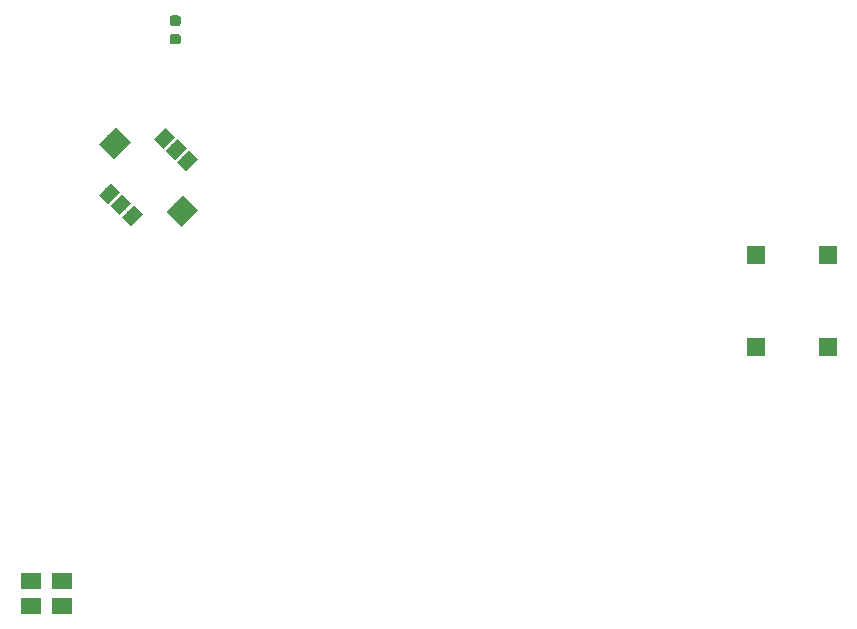
<source format=gbr>
G04 #@! TF.GenerationSoftware,KiCad,Pcbnew,5.1.4*
G04 #@! TF.CreationDate,2019-10-18T21:44:40-05:00*
G04 #@! TF.ProjectId,dragos,64726167-6f73-42e6-9b69-6361645f7063,rev?*
G04 #@! TF.SameCoordinates,Original*
G04 #@! TF.FileFunction,Paste,Top*
G04 #@! TF.FilePolarity,Positive*
%FSLAX46Y46*%
G04 Gerber Fmt 4.6, Leading zero omitted, Abs format (unit mm)*
G04 Created by KiCad (PCBNEW 5.1.4) date 2019-10-18 21:44:40*
%MOMM*%
%LPD*%
G04 APERTURE LIST*
%ADD10C,0.100000*%
%ADD11C,0.875000*%
%ADD12R,1.500000X1.500000*%
%ADD13C,1.100000*%
%ADD14C,1.800000*%
%ADD15R,1.800000X1.400000*%
G04 APERTURE END LIST*
D10*
G36*
X140077691Y-97651053D02*
G01*
X140098926Y-97654203D01*
X140119750Y-97659419D01*
X140139962Y-97666651D01*
X140159368Y-97675830D01*
X140177781Y-97686866D01*
X140195024Y-97699654D01*
X140210930Y-97714070D01*
X140225346Y-97729976D01*
X140238134Y-97747219D01*
X140249170Y-97765632D01*
X140258349Y-97785038D01*
X140265581Y-97805250D01*
X140270797Y-97826074D01*
X140273947Y-97847309D01*
X140275000Y-97868750D01*
X140275000Y-98306250D01*
X140273947Y-98327691D01*
X140270797Y-98348926D01*
X140265581Y-98369750D01*
X140258349Y-98389962D01*
X140249170Y-98409368D01*
X140238134Y-98427781D01*
X140225346Y-98445024D01*
X140210930Y-98460930D01*
X140195024Y-98475346D01*
X140177781Y-98488134D01*
X140159368Y-98499170D01*
X140139962Y-98508349D01*
X140119750Y-98515581D01*
X140098926Y-98520797D01*
X140077691Y-98523947D01*
X140056250Y-98525000D01*
X139543750Y-98525000D01*
X139522309Y-98523947D01*
X139501074Y-98520797D01*
X139480250Y-98515581D01*
X139460038Y-98508349D01*
X139440632Y-98499170D01*
X139422219Y-98488134D01*
X139404976Y-98475346D01*
X139389070Y-98460930D01*
X139374654Y-98445024D01*
X139361866Y-98427781D01*
X139350830Y-98409368D01*
X139341651Y-98389962D01*
X139334419Y-98369750D01*
X139329203Y-98348926D01*
X139326053Y-98327691D01*
X139325000Y-98306250D01*
X139325000Y-97868750D01*
X139326053Y-97847309D01*
X139329203Y-97826074D01*
X139334419Y-97805250D01*
X139341651Y-97785038D01*
X139350830Y-97765632D01*
X139361866Y-97747219D01*
X139374654Y-97729976D01*
X139389070Y-97714070D01*
X139404976Y-97699654D01*
X139422219Y-97686866D01*
X139440632Y-97675830D01*
X139460038Y-97666651D01*
X139480250Y-97659419D01*
X139501074Y-97654203D01*
X139522309Y-97651053D01*
X139543750Y-97650000D01*
X140056250Y-97650000D01*
X140077691Y-97651053D01*
X140077691Y-97651053D01*
G37*
D11*
X139800000Y-98087500D03*
D10*
G36*
X140077691Y-96076053D02*
G01*
X140098926Y-96079203D01*
X140119750Y-96084419D01*
X140139962Y-96091651D01*
X140159368Y-96100830D01*
X140177781Y-96111866D01*
X140195024Y-96124654D01*
X140210930Y-96139070D01*
X140225346Y-96154976D01*
X140238134Y-96172219D01*
X140249170Y-96190632D01*
X140258349Y-96210038D01*
X140265581Y-96230250D01*
X140270797Y-96251074D01*
X140273947Y-96272309D01*
X140275000Y-96293750D01*
X140275000Y-96731250D01*
X140273947Y-96752691D01*
X140270797Y-96773926D01*
X140265581Y-96794750D01*
X140258349Y-96814962D01*
X140249170Y-96834368D01*
X140238134Y-96852781D01*
X140225346Y-96870024D01*
X140210930Y-96885930D01*
X140195024Y-96900346D01*
X140177781Y-96913134D01*
X140159368Y-96924170D01*
X140139962Y-96933349D01*
X140119750Y-96940581D01*
X140098926Y-96945797D01*
X140077691Y-96948947D01*
X140056250Y-96950000D01*
X139543750Y-96950000D01*
X139522309Y-96948947D01*
X139501074Y-96945797D01*
X139480250Y-96940581D01*
X139460038Y-96933349D01*
X139440632Y-96924170D01*
X139422219Y-96913134D01*
X139404976Y-96900346D01*
X139389070Y-96885930D01*
X139374654Y-96870024D01*
X139361866Y-96852781D01*
X139350830Y-96834368D01*
X139341651Y-96814962D01*
X139334419Y-96794750D01*
X139329203Y-96773926D01*
X139326053Y-96752691D01*
X139325000Y-96731250D01*
X139325000Y-96293750D01*
X139326053Y-96272309D01*
X139329203Y-96251074D01*
X139334419Y-96230250D01*
X139341651Y-96210038D01*
X139350830Y-96190632D01*
X139361866Y-96172219D01*
X139374654Y-96154976D01*
X139389070Y-96139070D01*
X139404976Y-96124654D01*
X139422219Y-96111866D01*
X139440632Y-96100830D01*
X139460038Y-96091651D01*
X139480250Y-96084419D01*
X139501074Y-96079203D01*
X139522309Y-96076053D01*
X139543750Y-96075000D01*
X140056250Y-96075000D01*
X140077691Y-96076053D01*
X140077691Y-96076053D01*
G37*
D11*
X139800000Y-96512500D03*
D12*
X195100000Y-116350000D03*
X195100000Y-124150000D03*
X189000000Y-124150000D03*
X189000000Y-116350000D03*
D13*
X138928858Y-106461953D03*
D10*
G36*
X138822792Y-107345836D02*
G01*
X138044975Y-106568019D01*
X139034924Y-105578070D01*
X139812741Y-106355887D01*
X138822792Y-107345836D01*
X138822792Y-107345836D01*
G37*
D13*
X139883452Y-107416548D03*
D10*
G36*
X139777386Y-108300431D02*
G01*
X138999569Y-107522614D01*
X139989518Y-106532665D01*
X140767335Y-107310482D01*
X139777386Y-108300431D01*
X139777386Y-108300431D01*
G37*
D13*
X140838047Y-108371142D03*
D10*
G36*
X140731981Y-109255025D02*
G01*
X139954164Y-108477208D01*
X140944113Y-107487259D01*
X141721930Y-108265076D01*
X140731981Y-109255025D01*
X140731981Y-109255025D01*
G37*
D13*
X134261953Y-111128858D03*
D10*
G36*
X134155887Y-112012741D02*
G01*
X133378070Y-111234924D01*
X134368019Y-110244975D01*
X135145836Y-111022792D01*
X134155887Y-112012741D01*
X134155887Y-112012741D01*
G37*
D13*
X135216548Y-112083452D03*
D10*
G36*
X135110482Y-112967335D02*
G01*
X134332665Y-112189518D01*
X135322614Y-111199569D01*
X136100431Y-111977386D01*
X135110482Y-112967335D01*
X135110482Y-112967335D01*
G37*
D13*
X136171142Y-113038047D03*
D10*
G36*
X136065076Y-113921930D02*
G01*
X135287259Y-113144113D01*
X136277208Y-112154164D01*
X137055025Y-112931981D01*
X136065076Y-113921930D01*
X136065076Y-113921930D01*
G37*
D14*
X134686218Y-106886218D03*
D10*
G36*
X134615507Y-108229721D02*
G01*
X133342715Y-106956929D01*
X134756929Y-105542715D01*
X136029721Y-106815507D01*
X134615507Y-108229721D01*
X134615507Y-108229721D01*
G37*
D14*
X140413782Y-112613782D03*
D10*
G36*
X140343071Y-113957285D02*
G01*
X139070279Y-112684493D01*
X140484493Y-111270279D01*
X141757285Y-112543071D01*
X140343071Y-113957285D01*
X140343071Y-113957285D01*
G37*
D15*
X127600000Y-143950000D03*
X130200000Y-143950000D03*
X127600000Y-146050000D03*
X130200000Y-146050000D03*
M02*

</source>
